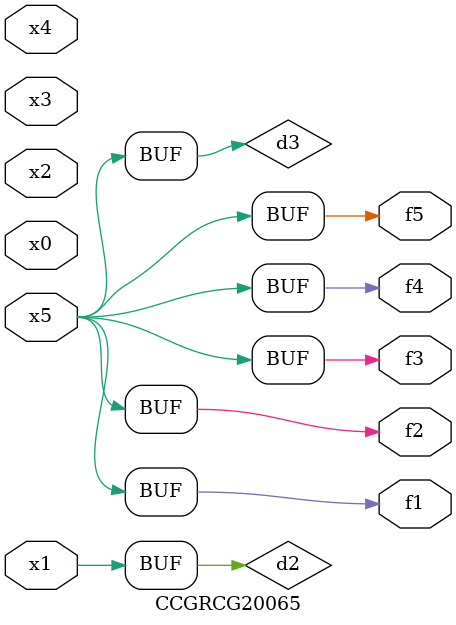
<source format=v>
module CCGRCG20065(
	input x0, x1, x2, x3, x4, x5,
	output f1, f2, f3, f4, f5
);

	wire d1, d2, d3;

	not (d1, x5);
	or (d2, x1);
	xnor (d3, d1);
	assign f1 = d3;
	assign f2 = d3;
	assign f3 = d3;
	assign f4 = d3;
	assign f5 = d3;
endmodule

</source>
